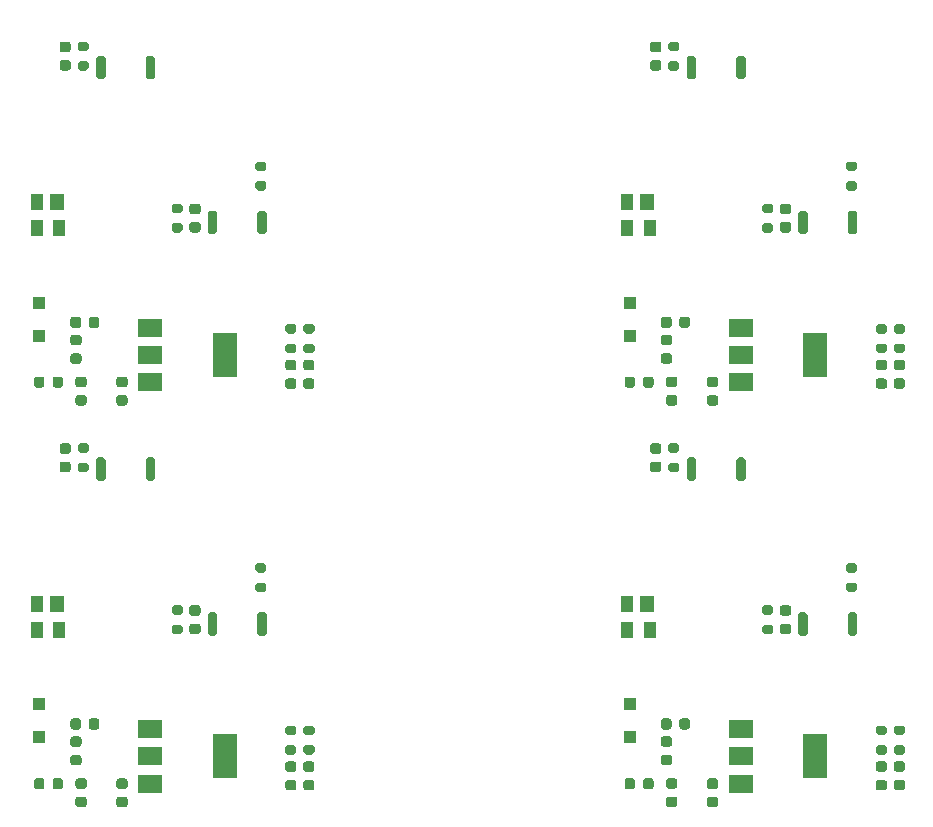
<source format=gtp>
G04 #@! TF.GenerationSoftware,KiCad,Pcbnew,(5.1.10-1-10_14)*
G04 #@! TF.CreationDate,2022-04-15T02:52:12+09:00*
G04 #@! TF.ProjectId,cmsis-dap_rp2040,636d7369-732d-4646-9170-5f7270323034,rev?*
G04 #@! TF.SameCoordinates,Original*
G04 #@! TF.FileFunction,Paste,Top*
G04 #@! TF.FilePolarity,Positive*
%FSLAX46Y46*%
G04 Gerber Fmt 4.6, Leading zero omitted, Abs format (unit mm)*
G04 Created by KiCad (PCBNEW (5.1.10-1-10_14)) date 2022-04-15 02:52:12*
%MOMM*%
%LPD*%
G01*
G04 APERTURE LIST*
%ADD10R,1.200000X1.400000*%
%ADD11R,1.000000X1.400000*%
%ADD12R,2.000000X3.800000*%
%ADD13R,2.000000X1.500000*%
%ADD14R,1.100000X1.100000*%
G04 APERTURE END LIST*
G04 #@! TO.C,C1*
G36*
G01*
X160660000Y-85895000D02*
X161160000Y-85895000D01*
G75*
G02*
X161385000Y-86120000I0J-225000D01*
G01*
X161385000Y-86570000D01*
G75*
G02*
X161160000Y-86795000I-225000J0D01*
G01*
X160660000Y-86795000D01*
G75*
G02*
X160435000Y-86570000I0J225000D01*
G01*
X160435000Y-86120000D01*
G75*
G02*
X160660000Y-85895000I225000J0D01*
G01*
G37*
G36*
G01*
X160660000Y-87445000D02*
X161160000Y-87445000D01*
G75*
G02*
X161385000Y-87670000I0J-225000D01*
G01*
X161385000Y-88120000D01*
G75*
G02*
X161160000Y-88345000I-225000J0D01*
G01*
X160660000Y-88345000D01*
G75*
G02*
X160435000Y-88120000I0J225000D01*
G01*
X160435000Y-87670000D01*
G75*
G02*
X160660000Y-87445000I225000J0D01*
G01*
G37*
G04 #@! TD*
G04 #@! TO.C,C1*
G36*
G01*
X110660000Y-85895000D02*
X111160000Y-85895000D01*
G75*
G02*
X111385000Y-86120000I0J-225000D01*
G01*
X111385000Y-86570000D01*
G75*
G02*
X111160000Y-86795000I-225000J0D01*
G01*
X110660000Y-86795000D01*
G75*
G02*
X110435000Y-86570000I0J225000D01*
G01*
X110435000Y-86120000D01*
G75*
G02*
X110660000Y-85895000I225000J0D01*
G01*
G37*
G36*
G01*
X110660000Y-87445000D02*
X111160000Y-87445000D01*
G75*
G02*
X111385000Y-87670000I0J-225000D01*
G01*
X111385000Y-88120000D01*
G75*
G02*
X111160000Y-88345000I-225000J0D01*
G01*
X110660000Y-88345000D01*
G75*
G02*
X110435000Y-88120000I0J225000D01*
G01*
X110435000Y-87670000D01*
G75*
G02*
X110660000Y-87445000I225000J0D01*
G01*
G37*
G04 #@! TD*
G04 #@! TO.C,C1*
G36*
G01*
X160660000Y-51895000D02*
X161160000Y-51895000D01*
G75*
G02*
X161385000Y-52120000I0J-225000D01*
G01*
X161385000Y-52570000D01*
G75*
G02*
X161160000Y-52795000I-225000J0D01*
G01*
X160660000Y-52795000D01*
G75*
G02*
X160435000Y-52570000I0J225000D01*
G01*
X160435000Y-52120000D01*
G75*
G02*
X160660000Y-51895000I225000J0D01*
G01*
G37*
G36*
G01*
X160660000Y-53445000D02*
X161160000Y-53445000D01*
G75*
G02*
X161385000Y-53670000I0J-225000D01*
G01*
X161385000Y-54120000D01*
G75*
G02*
X161160000Y-54345000I-225000J0D01*
G01*
X160660000Y-54345000D01*
G75*
G02*
X160435000Y-54120000I0J225000D01*
G01*
X160435000Y-53670000D01*
G75*
G02*
X160660000Y-53445000I225000J0D01*
G01*
G37*
G04 #@! TD*
G04 #@! TO.C,C3*
G36*
G01*
X162010000Y-114255000D02*
X162510000Y-114255000D01*
G75*
G02*
X162735000Y-114480000I0J-225000D01*
G01*
X162735000Y-114930000D01*
G75*
G02*
X162510000Y-115155000I-225000J0D01*
G01*
X162010000Y-115155000D01*
G75*
G02*
X161785000Y-114930000I0J225000D01*
G01*
X161785000Y-114480000D01*
G75*
G02*
X162010000Y-114255000I225000J0D01*
G01*
G37*
G36*
G01*
X162010000Y-115805000D02*
X162510000Y-115805000D01*
G75*
G02*
X162735000Y-116030000I0J-225000D01*
G01*
X162735000Y-116480000D01*
G75*
G02*
X162510000Y-116705000I-225000J0D01*
G01*
X162010000Y-116705000D01*
G75*
G02*
X161785000Y-116480000I0J225000D01*
G01*
X161785000Y-116030000D01*
G75*
G02*
X162010000Y-115805000I225000J0D01*
G01*
G37*
G04 #@! TD*
G04 #@! TO.C,C3*
G36*
G01*
X112010000Y-114255000D02*
X112510000Y-114255000D01*
G75*
G02*
X112735000Y-114480000I0J-225000D01*
G01*
X112735000Y-114930000D01*
G75*
G02*
X112510000Y-115155000I-225000J0D01*
G01*
X112010000Y-115155000D01*
G75*
G02*
X111785000Y-114930000I0J225000D01*
G01*
X111785000Y-114480000D01*
G75*
G02*
X112010000Y-114255000I225000J0D01*
G01*
G37*
G36*
G01*
X112010000Y-115805000D02*
X112510000Y-115805000D01*
G75*
G02*
X112735000Y-116030000I0J-225000D01*
G01*
X112735000Y-116480000D01*
G75*
G02*
X112510000Y-116705000I-225000J0D01*
G01*
X112010000Y-116705000D01*
G75*
G02*
X111785000Y-116480000I0J225000D01*
G01*
X111785000Y-116030000D01*
G75*
G02*
X112010000Y-115805000I225000J0D01*
G01*
G37*
G04 #@! TD*
G04 #@! TO.C,C3*
G36*
G01*
X162010000Y-80255000D02*
X162510000Y-80255000D01*
G75*
G02*
X162735000Y-80480000I0J-225000D01*
G01*
X162735000Y-80930000D01*
G75*
G02*
X162510000Y-81155000I-225000J0D01*
G01*
X162010000Y-81155000D01*
G75*
G02*
X161785000Y-80930000I0J225000D01*
G01*
X161785000Y-80480000D01*
G75*
G02*
X162010000Y-80255000I225000J0D01*
G01*
G37*
G36*
G01*
X162010000Y-81805000D02*
X162510000Y-81805000D01*
G75*
G02*
X162735000Y-82030000I0J-225000D01*
G01*
X162735000Y-82480000D01*
G75*
G02*
X162510000Y-82705000I-225000J0D01*
G01*
X162010000Y-82705000D01*
G75*
G02*
X161785000Y-82480000I0J225000D01*
G01*
X161785000Y-82030000D01*
G75*
G02*
X162010000Y-81805000I225000J0D01*
G01*
G37*
G04 #@! TD*
G04 #@! TO.C,C4*
G36*
G01*
X165470000Y-114265000D02*
X165970000Y-114265000D01*
G75*
G02*
X166195000Y-114490000I0J-225000D01*
G01*
X166195000Y-114940000D01*
G75*
G02*
X165970000Y-115165000I-225000J0D01*
G01*
X165470000Y-115165000D01*
G75*
G02*
X165245000Y-114940000I0J225000D01*
G01*
X165245000Y-114490000D01*
G75*
G02*
X165470000Y-114265000I225000J0D01*
G01*
G37*
G36*
G01*
X165470000Y-115815000D02*
X165970000Y-115815000D01*
G75*
G02*
X166195000Y-116040000I0J-225000D01*
G01*
X166195000Y-116490000D01*
G75*
G02*
X165970000Y-116715000I-225000J0D01*
G01*
X165470000Y-116715000D01*
G75*
G02*
X165245000Y-116490000I0J225000D01*
G01*
X165245000Y-116040000D01*
G75*
G02*
X165470000Y-115815000I225000J0D01*
G01*
G37*
G04 #@! TD*
G04 #@! TO.C,C4*
G36*
G01*
X115470000Y-114265000D02*
X115970000Y-114265000D01*
G75*
G02*
X116195000Y-114490000I0J-225000D01*
G01*
X116195000Y-114940000D01*
G75*
G02*
X115970000Y-115165000I-225000J0D01*
G01*
X115470000Y-115165000D01*
G75*
G02*
X115245000Y-114940000I0J225000D01*
G01*
X115245000Y-114490000D01*
G75*
G02*
X115470000Y-114265000I225000J0D01*
G01*
G37*
G36*
G01*
X115470000Y-115815000D02*
X115970000Y-115815000D01*
G75*
G02*
X116195000Y-116040000I0J-225000D01*
G01*
X116195000Y-116490000D01*
G75*
G02*
X115970000Y-116715000I-225000J0D01*
G01*
X115470000Y-116715000D01*
G75*
G02*
X115245000Y-116490000I0J225000D01*
G01*
X115245000Y-116040000D01*
G75*
G02*
X115470000Y-115815000I225000J0D01*
G01*
G37*
G04 #@! TD*
G04 #@! TO.C,C4*
G36*
G01*
X165470000Y-80265000D02*
X165970000Y-80265000D01*
G75*
G02*
X166195000Y-80490000I0J-225000D01*
G01*
X166195000Y-80940000D01*
G75*
G02*
X165970000Y-81165000I-225000J0D01*
G01*
X165470000Y-81165000D01*
G75*
G02*
X165245000Y-80940000I0J225000D01*
G01*
X165245000Y-80490000D01*
G75*
G02*
X165470000Y-80265000I225000J0D01*
G01*
G37*
G36*
G01*
X165470000Y-81815000D02*
X165970000Y-81815000D01*
G75*
G02*
X166195000Y-82040000I0J-225000D01*
G01*
X166195000Y-82490000D01*
G75*
G02*
X165970000Y-82715000I-225000J0D01*
G01*
X165470000Y-82715000D01*
G75*
G02*
X165245000Y-82490000I0J225000D01*
G01*
X165245000Y-82040000D01*
G75*
G02*
X165470000Y-81815000I225000J0D01*
G01*
G37*
G04 #@! TD*
G04 #@! TO.C,C7*
G36*
G01*
X172150000Y-102055000D02*
X171650000Y-102055000D01*
G75*
G02*
X171425000Y-101830000I0J225000D01*
G01*
X171425000Y-101380000D01*
G75*
G02*
X171650000Y-101155000I225000J0D01*
G01*
X172150000Y-101155000D01*
G75*
G02*
X172375000Y-101380000I0J-225000D01*
G01*
X172375000Y-101830000D01*
G75*
G02*
X172150000Y-102055000I-225000J0D01*
G01*
G37*
G36*
G01*
X172150000Y-100505000D02*
X171650000Y-100505000D01*
G75*
G02*
X171425000Y-100280000I0J225000D01*
G01*
X171425000Y-99830000D01*
G75*
G02*
X171650000Y-99605000I225000J0D01*
G01*
X172150000Y-99605000D01*
G75*
G02*
X172375000Y-99830000I0J-225000D01*
G01*
X172375000Y-100280000D01*
G75*
G02*
X172150000Y-100505000I-225000J0D01*
G01*
G37*
G04 #@! TD*
G04 #@! TO.C,C7*
G36*
G01*
X122150000Y-102055000D02*
X121650000Y-102055000D01*
G75*
G02*
X121425000Y-101830000I0J225000D01*
G01*
X121425000Y-101380000D01*
G75*
G02*
X121650000Y-101155000I225000J0D01*
G01*
X122150000Y-101155000D01*
G75*
G02*
X122375000Y-101380000I0J-225000D01*
G01*
X122375000Y-101830000D01*
G75*
G02*
X122150000Y-102055000I-225000J0D01*
G01*
G37*
G36*
G01*
X122150000Y-100505000D02*
X121650000Y-100505000D01*
G75*
G02*
X121425000Y-100280000I0J225000D01*
G01*
X121425000Y-99830000D01*
G75*
G02*
X121650000Y-99605000I225000J0D01*
G01*
X122150000Y-99605000D01*
G75*
G02*
X122375000Y-99830000I0J-225000D01*
G01*
X122375000Y-100280000D01*
G75*
G02*
X122150000Y-100505000I-225000J0D01*
G01*
G37*
G04 #@! TD*
G04 #@! TO.C,C7*
G36*
G01*
X172150000Y-68055000D02*
X171650000Y-68055000D01*
G75*
G02*
X171425000Y-67830000I0J225000D01*
G01*
X171425000Y-67380000D01*
G75*
G02*
X171650000Y-67155000I225000J0D01*
G01*
X172150000Y-67155000D01*
G75*
G02*
X172375000Y-67380000I0J-225000D01*
G01*
X172375000Y-67830000D01*
G75*
G02*
X172150000Y-68055000I-225000J0D01*
G01*
G37*
G36*
G01*
X172150000Y-66505000D02*
X171650000Y-66505000D01*
G75*
G02*
X171425000Y-66280000I0J225000D01*
G01*
X171425000Y-65830000D01*
G75*
G02*
X171650000Y-65605000I225000J0D01*
G01*
X172150000Y-65605000D01*
G75*
G02*
X172375000Y-65830000I0J-225000D01*
G01*
X172375000Y-66280000D01*
G75*
G02*
X172150000Y-66505000I-225000J0D01*
G01*
G37*
G04 #@! TD*
G04 #@! TO.C,C10*
G36*
G01*
X161355000Y-109910000D02*
X161355000Y-109410000D01*
G75*
G02*
X161580000Y-109185000I225000J0D01*
G01*
X162030000Y-109185000D01*
G75*
G02*
X162255000Y-109410000I0J-225000D01*
G01*
X162255000Y-109910000D01*
G75*
G02*
X162030000Y-110135000I-225000J0D01*
G01*
X161580000Y-110135000D01*
G75*
G02*
X161355000Y-109910000I0J225000D01*
G01*
G37*
G36*
G01*
X162905000Y-109910000D02*
X162905000Y-109410000D01*
G75*
G02*
X163130000Y-109185000I225000J0D01*
G01*
X163580000Y-109185000D01*
G75*
G02*
X163805000Y-109410000I0J-225000D01*
G01*
X163805000Y-109910000D01*
G75*
G02*
X163580000Y-110135000I-225000J0D01*
G01*
X163130000Y-110135000D01*
G75*
G02*
X162905000Y-109910000I0J225000D01*
G01*
G37*
G04 #@! TD*
G04 #@! TO.C,C10*
G36*
G01*
X111355000Y-109910000D02*
X111355000Y-109410000D01*
G75*
G02*
X111580000Y-109185000I225000J0D01*
G01*
X112030000Y-109185000D01*
G75*
G02*
X112255000Y-109410000I0J-225000D01*
G01*
X112255000Y-109910000D01*
G75*
G02*
X112030000Y-110135000I-225000J0D01*
G01*
X111580000Y-110135000D01*
G75*
G02*
X111355000Y-109910000I0J225000D01*
G01*
G37*
G36*
G01*
X112905000Y-109910000D02*
X112905000Y-109410000D01*
G75*
G02*
X113130000Y-109185000I225000J0D01*
G01*
X113580000Y-109185000D01*
G75*
G02*
X113805000Y-109410000I0J-225000D01*
G01*
X113805000Y-109910000D01*
G75*
G02*
X113580000Y-110135000I-225000J0D01*
G01*
X113130000Y-110135000D01*
G75*
G02*
X112905000Y-109910000I0J225000D01*
G01*
G37*
G04 #@! TD*
G04 #@! TO.C,C10*
G36*
G01*
X161355000Y-75910000D02*
X161355000Y-75410000D01*
G75*
G02*
X161580000Y-75185000I225000J0D01*
G01*
X162030000Y-75185000D01*
G75*
G02*
X162255000Y-75410000I0J-225000D01*
G01*
X162255000Y-75910000D01*
G75*
G02*
X162030000Y-76135000I-225000J0D01*
G01*
X161580000Y-76135000D01*
G75*
G02*
X161355000Y-75910000I0J225000D01*
G01*
G37*
G36*
G01*
X162905000Y-75910000D02*
X162905000Y-75410000D01*
G75*
G02*
X163130000Y-75185000I225000J0D01*
G01*
X163580000Y-75185000D01*
G75*
G02*
X163805000Y-75410000I0J-225000D01*
G01*
X163805000Y-75910000D01*
G75*
G02*
X163580000Y-76135000I-225000J0D01*
G01*
X163130000Y-76135000D01*
G75*
G02*
X162905000Y-75910000I0J225000D01*
G01*
G37*
G04 #@! TD*
D10*
G04 #@! TO.C,D1*
X160210000Y-99490000D03*
D11*
X158490000Y-99490000D03*
X158490000Y-101690000D03*
X160390000Y-101690000D03*
G04 #@! TD*
D10*
G04 #@! TO.C,D1*
X110210000Y-99490000D03*
D11*
X108490000Y-99490000D03*
X108490000Y-101690000D03*
X110390000Y-101690000D03*
G04 #@! TD*
D10*
G04 #@! TO.C,D1*
X160210000Y-65490000D03*
D11*
X158490000Y-65490000D03*
X158490000Y-67690000D03*
X160390000Y-67690000D03*
G04 #@! TD*
G04 #@! TO.C,D4*
G36*
G01*
X181800250Y-115281000D02*
X181287750Y-115281000D01*
G75*
G02*
X181069000Y-115062250I0J218750D01*
G01*
X181069000Y-114624750D01*
G75*
G02*
X181287750Y-114406000I218750J0D01*
G01*
X181800250Y-114406000D01*
G75*
G02*
X182019000Y-114624750I0J-218750D01*
G01*
X182019000Y-115062250D01*
G75*
G02*
X181800250Y-115281000I-218750J0D01*
G01*
G37*
G36*
G01*
X181800250Y-113706000D02*
X181287750Y-113706000D01*
G75*
G02*
X181069000Y-113487250I0J218750D01*
G01*
X181069000Y-113049750D01*
G75*
G02*
X181287750Y-112831000I218750J0D01*
G01*
X181800250Y-112831000D01*
G75*
G02*
X182019000Y-113049750I0J-218750D01*
G01*
X182019000Y-113487250D01*
G75*
G02*
X181800250Y-113706000I-218750J0D01*
G01*
G37*
G04 #@! TD*
G04 #@! TO.C,D4*
G36*
G01*
X131800250Y-115281000D02*
X131287750Y-115281000D01*
G75*
G02*
X131069000Y-115062250I0J218750D01*
G01*
X131069000Y-114624750D01*
G75*
G02*
X131287750Y-114406000I218750J0D01*
G01*
X131800250Y-114406000D01*
G75*
G02*
X132019000Y-114624750I0J-218750D01*
G01*
X132019000Y-115062250D01*
G75*
G02*
X131800250Y-115281000I-218750J0D01*
G01*
G37*
G36*
G01*
X131800250Y-113706000D02*
X131287750Y-113706000D01*
G75*
G02*
X131069000Y-113487250I0J218750D01*
G01*
X131069000Y-113049750D01*
G75*
G02*
X131287750Y-112831000I218750J0D01*
G01*
X131800250Y-112831000D01*
G75*
G02*
X132019000Y-113049750I0J-218750D01*
G01*
X132019000Y-113487250D01*
G75*
G02*
X131800250Y-113706000I-218750J0D01*
G01*
G37*
G04 #@! TD*
G04 #@! TO.C,D4*
G36*
G01*
X181800250Y-81281000D02*
X181287750Y-81281000D01*
G75*
G02*
X181069000Y-81062250I0J218750D01*
G01*
X181069000Y-80624750D01*
G75*
G02*
X181287750Y-80406000I218750J0D01*
G01*
X181800250Y-80406000D01*
G75*
G02*
X182019000Y-80624750I0J-218750D01*
G01*
X182019000Y-81062250D01*
G75*
G02*
X181800250Y-81281000I-218750J0D01*
G01*
G37*
G36*
G01*
X181800250Y-79706000D02*
X181287750Y-79706000D01*
G75*
G02*
X181069000Y-79487250I0J218750D01*
G01*
X181069000Y-79049750D01*
G75*
G02*
X181287750Y-78831000I218750J0D01*
G01*
X181800250Y-78831000D01*
G75*
G02*
X182019000Y-79049750I0J-218750D01*
G01*
X182019000Y-79487250D01*
G75*
G02*
X181800250Y-79706000I-218750J0D01*
G01*
G37*
G04 #@! TD*
G04 #@! TO.C,L1*
G36*
G01*
X158275000Y-114976250D02*
X158275000Y-114463750D01*
G75*
G02*
X158493750Y-114245000I218750J0D01*
G01*
X158931250Y-114245000D01*
G75*
G02*
X159150000Y-114463750I0J-218750D01*
G01*
X159150000Y-114976250D01*
G75*
G02*
X158931250Y-115195000I-218750J0D01*
G01*
X158493750Y-115195000D01*
G75*
G02*
X158275000Y-114976250I0J218750D01*
G01*
G37*
G36*
G01*
X159850000Y-114976250D02*
X159850000Y-114463750D01*
G75*
G02*
X160068750Y-114245000I218750J0D01*
G01*
X160506250Y-114245000D01*
G75*
G02*
X160725000Y-114463750I0J-218750D01*
G01*
X160725000Y-114976250D01*
G75*
G02*
X160506250Y-115195000I-218750J0D01*
G01*
X160068750Y-115195000D01*
G75*
G02*
X159850000Y-114976250I0J218750D01*
G01*
G37*
G04 #@! TD*
G04 #@! TO.C,L1*
G36*
G01*
X108275000Y-114976250D02*
X108275000Y-114463750D01*
G75*
G02*
X108493750Y-114245000I218750J0D01*
G01*
X108931250Y-114245000D01*
G75*
G02*
X109150000Y-114463750I0J-218750D01*
G01*
X109150000Y-114976250D01*
G75*
G02*
X108931250Y-115195000I-218750J0D01*
G01*
X108493750Y-115195000D01*
G75*
G02*
X108275000Y-114976250I0J218750D01*
G01*
G37*
G36*
G01*
X109850000Y-114976250D02*
X109850000Y-114463750D01*
G75*
G02*
X110068750Y-114245000I218750J0D01*
G01*
X110506250Y-114245000D01*
G75*
G02*
X110725000Y-114463750I0J-218750D01*
G01*
X110725000Y-114976250D01*
G75*
G02*
X110506250Y-115195000I-218750J0D01*
G01*
X110068750Y-115195000D01*
G75*
G02*
X109850000Y-114976250I0J218750D01*
G01*
G37*
G04 #@! TD*
G04 #@! TO.C,L1*
G36*
G01*
X158275000Y-80976250D02*
X158275000Y-80463750D01*
G75*
G02*
X158493750Y-80245000I218750J0D01*
G01*
X158931250Y-80245000D01*
G75*
G02*
X159150000Y-80463750I0J-218750D01*
G01*
X159150000Y-80976250D01*
G75*
G02*
X158931250Y-81195000I-218750J0D01*
G01*
X158493750Y-81195000D01*
G75*
G02*
X158275000Y-80976250I0J218750D01*
G01*
G37*
G36*
G01*
X159850000Y-80976250D02*
X159850000Y-80463750D01*
G75*
G02*
X160068750Y-80245000I218750J0D01*
G01*
X160506250Y-80245000D01*
G75*
G02*
X160725000Y-80463750I0J-218750D01*
G01*
X160725000Y-80976250D01*
G75*
G02*
X160506250Y-81195000I-218750J0D01*
G01*
X160068750Y-81195000D01*
G75*
G02*
X159850000Y-80976250I0J218750D01*
G01*
G37*
G04 #@! TD*
G04 #@! TO.C,R1*
G36*
G01*
X177205000Y-96045000D02*
X177755000Y-96045000D01*
G75*
G02*
X177955000Y-96245000I0J-200000D01*
G01*
X177955000Y-96645000D01*
G75*
G02*
X177755000Y-96845000I-200000J0D01*
G01*
X177205000Y-96845000D01*
G75*
G02*
X177005000Y-96645000I0J200000D01*
G01*
X177005000Y-96245000D01*
G75*
G02*
X177205000Y-96045000I200000J0D01*
G01*
G37*
G36*
G01*
X177205000Y-97695000D02*
X177755000Y-97695000D01*
G75*
G02*
X177955000Y-97895000I0J-200000D01*
G01*
X177955000Y-98295000D01*
G75*
G02*
X177755000Y-98495000I-200000J0D01*
G01*
X177205000Y-98495000D01*
G75*
G02*
X177005000Y-98295000I0J200000D01*
G01*
X177005000Y-97895000D01*
G75*
G02*
X177205000Y-97695000I200000J0D01*
G01*
G37*
G04 #@! TD*
G04 #@! TO.C,R1*
G36*
G01*
X127205000Y-96045000D02*
X127755000Y-96045000D01*
G75*
G02*
X127955000Y-96245000I0J-200000D01*
G01*
X127955000Y-96645000D01*
G75*
G02*
X127755000Y-96845000I-200000J0D01*
G01*
X127205000Y-96845000D01*
G75*
G02*
X127005000Y-96645000I0J200000D01*
G01*
X127005000Y-96245000D01*
G75*
G02*
X127205000Y-96045000I200000J0D01*
G01*
G37*
G36*
G01*
X127205000Y-97695000D02*
X127755000Y-97695000D01*
G75*
G02*
X127955000Y-97895000I0J-200000D01*
G01*
X127955000Y-98295000D01*
G75*
G02*
X127755000Y-98495000I-200000J0D01*
G01*
X127205000Y-98495000D01*
G75*
G02*
X127005000Y-98295000I0J200000D01*
G01*
X127005000Y-97895000D01*
G75*
G02*
X127205000Y-97695000I200000J0D01*
G01*
G37*
G04 #@! TD*
G04 #@! TO.C,R1*
G36*
G01*
X177205000Y-62045000D02*
X177755000Y-62045000D01*
G75*
G02*
X177955000Y-62245000I0J-200000D01*
G01*
X177955000Y-62645000D01*
G75*
G02*
X177755000Y-62845000I-200000J0D01*
G01*
X177205000Y-62845000D01*
G75*
G02*
X177005000Y-62645000I0J200000D01*
G01*
X177005000Y-62245000D01*
G75*
G02*
X177205000Y-62045000I200000J0D01*
G01*
G37*
G36*
G01*
X177205000Y-63695000D02*
X177755000Y-63695000D01*
G75*
G02*
X177955000Y-63895000I0J-200000D01*
G01*
X177955000Y-64295000D01*
G75*
G02*
X177755000Y-64495000I-200000J0D01*
G01*
X177205000Y-64495000D01*
G75*
G02*
X177005000Y-64295000I0J200000D01*
G01*
X177005000Y-63895000D01*
G75*
G02*
X177205000Y-63695000I200000J0D01*
G01*
G37*
G04 #@! TD*
G04 #@! TO.C,R2*
G36*
G01*
X162705000Y-88345000D02*
X162155000Y-88345000D01*
G75*
G02*
X161955000Y-88145000I0J200000D01*
G01*
X161955000Y-87745000D01*
G75*
G02*
X162155000Y-87545000I200000J0D01*
G01*
X162705000Y-87545000D01*
G75*
G02*
X162905000Y-87745000I0J-200000D01*
G01*
X162905000Y-88145000D01*
G75*
G02*
X162705000Y-88345000I-200000J0D01*
G01*
G37*
G36*
G01*
X162705000Y-86695000D02*
X162155000Y-86695000D01*
G75*
G02*
X161955000Y-86495000I0J200000D01*
G01*
X161955000Y-86095000D01*
G75*
G02*
X162155000Y-85895000I200000J0D01*
G01*
X162705000Y-85895000D01*
G75*
G02*
X162905000Y-86095000I0J-200000D01*
G01*
X162905000Y-86495000D01*
G75*
G02*
X162705000Y-86695000I-200000J0D01*
G01*
G37*
G04 #@! TD*
G04 #@! TO.C,R2*
G36*
G01*
X112705000Y-88345000D02*
X112155000Y-88345000D01*
G75*
G02*
X111955000Y-88145000I0J200000D01*
G01*
X111955000Y-87745000D01*
G75*
G02*
X112155000Y-87545000I200000J0D01*
G01*
X112705000Y-87545000D01*
G75*
G02*
X112905000Y-87745000I0J-200000D01*
G01*
X112905000Y-88145000D01*
G75*
G02*
X112705000Y-88345000I-200000J0D01*
G01*
G37*
G36*
G01*
X112705000Y-86695000D02*
X112155000Y-86695000D01*
G75*
G02*
X111955000Y-86495000I0J200000D01*
G01*
X111955000Y-86095000D01*
G75*
G02*
X112155000Y-85895000I200000J0D01*
G01*
X112705000Y-85895000D01*
G75*
G02*
X112905000Y-86095000I0J-200000D01*
G01*
X112905000Y-86495000D01*
G75*
G02*
X112705000Y-86695000I-200000J0D01*
G01*
G37*
G04 #@! TD*
G04 #@! TO.C,R2*
G36*
G01*
X162705000Y-54345000D02*
X162155000Y-54345000D01*
G75*
G02*
X161955000Y-54145000I0J200000D01*
G01*
X161955000Y-53745000D01*
G75*
G02*
X162155000Y-53545000I200000J0D01*
G01*
X162705000Y-53545000D01*
G75*
G02*
X162905000Y-53745000I0J-200000D01*
G01*
X162905000Y-54145000D01*
G75*
G02*
X162705000Y-54345000I-200000J0D01*
G01*
G37*
G36*
G01*
X162705000Y-52695000D02*
X162155000Y-52695000D01*
G75*
G02*
X161955000Y-52495000I0J200000D01*
G01*
X161955000Y-52095000D01*
G75*
G02*
X162155000Y-51895000I200000J0D01*
G01*
X162705000Y-51895000D01*
G75*
G02*
X162905000Y-52095000I0J-200000D01*
G01*
X162905000Y-52495000D01*
G75*
G02*
X162705000Y-52695000I-200000J0D01*
G01*
G37*
G04 #@! TD*
G04 #@! TO.C,R8*
G36*
G01*
X170115000Y-99605000D02*
X170665000Y-99605000D01*
G75*
G02*
X170865000Y-99805000I0J-200000D01*
G01*
X170865000Y-100205000D01*
G75*
G02*
X170665000Y-100405000I-200000J0D01*
G01*
X170115000Y-100405000D01*
G75*
G02*
X169915000Y-100205000I0J200000D01*
G01*
X169915000Y-99805000D01*
G75*
G02*
X170115000Y-99605000I200000J0D01*
G01*
G37*
G36*
G01*
X170115000Y-101255000D02*
X170665000Y-101255000D01*
G75*
G02*
X170865000Y-101455000I0J-200000D01*
G01*
X170865000Y-101855000D01*
G75*
G02*
X170665000Y-102055000I-200000J0D01*
G01*
X170115000Y-102055000D01*
G75*
G02*
X169915000Y-101855000I0J200000D01*
G01*
X169915000Y-101455000D01*
G75*
G02*
X170115000Y-101255000I200000J0D01*
G01*
G37*
G04 #@! TD*
G04 #@! TO.C,R8*
G36*
G01*
X120115000Y-99605000D02*
X120665000Y-99605000D01*
G75*
G02*
X120865000Y-99805000I0J-200000D01*
G01*
X120865000Y-100205000D01*
G75*
G02*
X120665000Y-100405000I-200000J0D01*
G01*
X120115000Y-100405000D01*
G75*
G02*
X119915000Y-100205000I0J200000D01*
G01*
X119915000Y-99805000D01*
G75*
G02*
X120115000Y-99605000I200000J0D01*
G01*
G37*
G36*
G01*
X120115000Y-101255000D02*
X120665000Y-101255000D01*
G75*
G02*
X120865000Y-101455000I0J-200000D01*
G01*
X120865000Y-101855000D01*
G75*
G02*
X120665000Y-102055000I-200000J0D01*
G01*
X120115000Y-102055000D01*
G75*
G02*
X119915000Y-101855000I0J200000D01*
G01*
X119915000Y-101455000D01*
G75*
G02*
X120115000Y-101255000I200000J0D01*
G01*
G37*
G04 #@! TD*
G04 #@! TO.C,R8*
G36*
G01*
X170115000Y-65605000D02*
X170665000Y-65605000D01*
G75*
G02*
X170865000Y-65805000I0J-200000D01*
G01*
X170865000Y-66205000D01*
G75*
G02*
X170665000Y-66405000I-200000J0D01*
G01*
X170115000Y-66405000D01*
G75*
G02*
X169915000Y-66205000I0J200000D01*
G01*
X169915000Y-65805000D01*
G75*
G02*
X170115000Y-65605000I200000J0D01*
G01*
G37*
G36*
G01*
X170115000Y-67255000D02*
X170665000Y-67255000D01*
G75*
G02*
X170865000Y-67455000I0J-200000D01*
G01*
X170865000Y-67855000D01*
G75*
G02*
X170665000Y-68055000I-200000J0D01*
G01*
X170115000Y-68055000D01*
G75*
G02*
X169915000Y-67855000I0J200000D01*
G01*
X169915000Y-67455000D01*
G75*
G02*
X170115000Y-67255000I200000J0D01*
G01*
G37*
G04 #@! TD*
G04 #@! TO.C,R10*
G36*
G01*
X181275000Y-109805000D02*
X181825000Y-109805000D01*
G75*
G02*
X182025000Y-110005000I0J-200000D01*
G01*
X182025000Y-110405000D01*
G75*
G02*
X181825000Y-110605000I-200000J0D01*
G01*
X181275000Y-110605000D01*
G75*
G02*
X181075000Y-110405000I0J200000D01*
G01*
X181075000Y-110005000D01*
G75*
G02*
X181275000Y-109805000I200000J0D01*
G01*
G37*
G36*
G01*
X181275000Y-111455000D02*
X181825000Y-111455000D01*
G75*
G02*
X182025000Y-111655000I0J-200000D01*
G01*
X182025000Y-112055000D01*
G75*
G02*
X181825000Y-112255000I-200000J0D01*
G01*
X181275000Y-112255000D01*
G75*
G02*
X181075000Y-112055000I0J200000D01*
G01*
X181075000Y-111655000D01*
G75*
G02*
X181275000Y-111455000I200000J0D01*
G01*
G37*
G04 #@! TD*
G04 #@! TO.C,R10*
G36*
G01*
X131275000Y-109805000D02*
X131825000Y-109805000D01*
G75*
G02*
X132025000Y-110005000I0J-200000D01*
G01*
X132025000Y-110405000D01*
G75*
G02*
X131825000Y-110605000I-200000J0D01*
G01*
X131275000Y-110605000D01*
G75*
G02*
X131075000Y-110405000I0J200000D01*
G01*
X131075000Y-110005000D01*
G75*
G02*
X131275000Y-109805000I200000J0D01*
G01*
G37*
G36*
G01*
X131275000Y-111455000D02*
X131825000Y-111455000D01*
G75*
G02*
X132025000Y-111655000I0J-200000D01*
G01*
X132025000Y-112055000D01*
G75*
G02*
X131825000Y-112255000I-200000J0D01*
G01*
X131275000Y-112255000D01*
G75*
G02*
X131075000Y-112055000I0J200000D01*
G01*
X131075000Y-111655000D01*
G75*
G02*
X131275000Y-111455000I200000J0D01*
G01*
G37*
G04 #@! TD*
G04 #@! TO.C,R10*
G36*
G01*
X181275000Y-75805000D02*
X181825000Y-75805000D01*
G75*
G02*
X182025000Y-76005000I0J-200000D01*
G01*
X182025000Y-76405000D01*
G75*
G02*
X181825000Y-76605000I-200000J0D01*
G01*
X181275000Y-76605000D01*
G75*
G02*
X181075000Y-76405000I0J200000D01*
G01*
X181075000Y-76005000D01*
G75*
G02*
X181275000Y-75805000I200000J0D01*
G01*
G37*
G36*
G01*
X181275000Y-77455000D02*
X181825000Y-77455000D01*
G75*
G02*
X182025000Y-77655000I0J-200000D01*
G01*
X182025000Y-78055000D01*
G75*
G02*
X181825000Y-78255000I-200000J0D01*
G01*
X181275000Y-78255000D01*
G75*
G02*
X181075000Y-78055000I0J200000D01*
G01*
X181075000Y-77655000D01*
G75*
G02*
X181275000Y-77455000I200000J0D01*
G01*
G37*
G04 #@! TD*
G04 #@! TO.C,SW1*
G36*
G01*
X164330000Y-87290000D02*
X164330000Y-88890000D01*
G75*
G02*
X164130000Y-89090000I-200000J0D01*
G01*
X163730000Y-89090000D01*
G75*
G02*
X163530000Y-88890000I0J200000D01*
G01*
X163530000Y-87290000D01*
G75*
G02*
X163730000Y-87090000I200000J0D01*
G01*
X164130000Y-87090000D01*
G75*
G02*
X164330000Y-87290000I0J-200000D01*
G01*
G37*
G36*
G01*
X168530000Y-87290000D02*
X168530000Y-88890000D01*
G75*
G02*
X168330000Y-89090000I-200000J0D01*
G01*
X167930000Y-89090000D01*
G75*
G02*
X167730000Y-88890000I0J200000D01*
G01*
X167730000Y-87290000D01*
G75*
G02*
X167930000Y-87090000I200000J0D01*
G01*
X168330000Y-87090000D01*
G75*
G02*
X168530000Y-87290000I0J-200000D01*
G01*
G37*
G04 #@! TD*
G04 #@! TO.C,SW1*
G36*
G01*
X114330000Y-87290000D02*
X114330000Y-88890000D01*
G75*
G02*
X114130000Y-89090000I-200000J0D01*
G01*
X113730000Y-89090000D01*
G75*
G02*
X113530000Y-88890000I0J200000D01*
G01*
X113530000Y-87290000D01*
G75*
G02*
X113730000Y-87090000I200000J0D01*
G01*
X114130000Y-87090000D01*
G75*
G02*
X114330000Y-87290000I0J-200000D01*
G01*
G37*
G36*
G01*
X118530000Y-87290000D02*
X118530000Y-88890000D01*
G75*
G02*
X118330000Y-89090000I-200000J0D01*
G01*
X117930000Y-89090000D01*
G75*
G02*
X117730000Y-88890000I0J200000D01*
G01*
X117730000Y-87290000D01*
G75*
G02*
X117930000Y-87090000I200000J0D01*
G01*
X118330000Y-87090000D01*
G75*
G02*
X118530000Y-87290000I0J-200000D01*
G01*
G37*
G04 #@! TD*
G04 #@! TO.C,SW1*
G36*
G01*
X164330000Y-53290000D02*
X164330000Y-54890000D01*
G75*
G02*
X164130000Y-55090000I-200000J0D01*
G01*
X163730000Y-55090000D01*
G75*
G02*
X163530000Y-54890000I0J200000D01*
G01*
X163530000Y-53290000D01*
G75*
G02*
X163730000Y-53090000I200000J0D01*
G01*
X164130000Y-53090000D01*
G75*
G02*
X164330000Y-53290000I0J-200000D01*
G01*
G37*
G36*
G01*
X168530000Y-53290000D02*
X168530000Y-54890000D01*
G75*
G02*
X168330000Y-55090000I-200000J0D01*
G01*
X167930000Y-55090000D01*
G75*
G02*
X167730000Y-54890000I0J200000D01*
G01*
X167730000Y-53290000D01*
G75*
G02*
X167930000Y-53090000I200000J0D01*
G01*
X168330000Y-53090000D01*
G75*
G02*
X168530000Y-53290000I0J-200000D01*
G01*
G37*
G04 #@! TD*
G04 #@! TO.C,SW2*
G36*
G01*
X173770000Y-100400000D02*
X173770000Y-102000000D01*
G75*
G02*
X173570000Y-102200000I-200000J0D01*
G01*
X173170000Y-102200000D01*
G75*
G02*
X172970000Y-102000000I0J200000D01*
G01*
X172970000Y-100400000D01*
G75*
G02*
X173170000Y-100200000I200000J0D01*
G01*
X173570000Y-100200000D01*
G75*
G02*
X173770000Y-100400000I0J-200000D01*
G01*
G37*
G36*
G01*
X177970000Y-100400000D02*
X177970000Y-102000000D01*
G75*
G02*
X177770000Y-102200000I-200000J0D01*
G01*
X177370000Y-102200000D01*
G75*
G02*
X177170000Y-102000000I0J200000D01*
G01*
X177170000Y-100400000D01*
G75*
G02*
X177370000Y-100200000I200000J0D01*
G01*
X177770000Y-100200000D01*
G75*
G02*
X177970000Y-100400000I0J-200000D01*
G01*
G37*
G04 #@! TD*
G04 #@! TO.C,SW2*
G36*
G01*
X123770000Y-100400000D02*
X123770000Y-102000000D01*
G75*
G02*
X123570000Y-102200000I-200000J0D01*
G01*
X123170000Y-102200000D01*
G75*
G02*
X122970000Y-102000000I0J200000D01*
G01*
X122970000Y-100400000D01*
G75*
G02*
X123170000Y-100200000I200000J0D01*
G01*
X123570000Y-100200000D01*
G75*
G02*
X123770000Y-100400000I0J-200000D01*
G01*
G37*
G36*
G01*
X127970000Y-100400000D02*
X127970000Y-102000000D01*
G75*
G02*
X127770000Y-102200000I-200000J0D01*
G01*
X127370000Y-102200000D01*
G75*
G02*
X127170000Y-102000000I0J200000D01*
G01*
X127170000Y-100400000D01*
G75*
G02*
X127370000Y-100200000I200000J0D01*
G01*
X127770000Y-100200000D01*
G75*
G02*
X127970000Y-100400000I0J-200000D01*
G01*
G37*
G04 #@! TD*
G04 #@! TO.C,SW2*
G36*
G01*
X173770000Y-66400000D02*
X173770000Y-68000000D01*
G75*
G02*
X173570000Y-68200000I-200000J0D01*
G01*
X173170000Y-68200000D01*
G75*
G02*
X172970000Y-68000000I0J200000D01*
G01*
X172970000Y-66400000D01*
G75*
G02*
X173170000Y-66200000I200000J0D01*
G01*
X173570000Y-66200000D01*
G75*
G02*
X173770000Y-66400000I0J-200000D01*
G01*
G37*
G36*
G01*
X177970000Y-66400000D02*
X177970000Y-68000000D01*
G75*
G02*
X177770000Y-68200000I-200000J0D01*
G01*
X177370000Y-68200000D01*
G75*
G02*
X177170000Y-68000000I0J200000D01*
G01*
X177170000Y-66400000D01*
G75*
G02*
X177370000Y-66200000I200000J0D01*
G01*
X177770000Y-66200000D01*
G75*
G02*
X177970000Y-66400000I0J-200000D01*
G01*
G37*
G04 #@! TD*
D12*
G04 #@! TO.C,U4*
X174420000Y-112410000D03*
D13*
X168120000Y-112410000D03*
X168120000Y-114710000D03*
X168120000Y-110110000D03*
G04 #@! TD*
D12*
G04 #@! TO.C,U4*
X124420000Y-112410000D03*
D13*
X118120000Y-112410000D03*
X118120000Y-114710000D03*
X118120000Y-110110000D03*
G04 #@! TD*
D12*
G04 #@! TO.C,U4*
X174420000Y-78410000D03*
D13*
X168120000Y-78410000D03*
X168120000Y-80710000D03*
X168120000Y-76110000D03*
G04 #@! TD*
G04 #@! TO.C,L2*
G36*
G01*
X162076250Y-113165000D02*
X161563750Y-113165000D01*
G75*
G02*
X161345000Y-112946250I0J218750D01*
G01*
X161345000Y-112508750D01*
G75*
G02*
X161563750Y-112290000I218750J0D01*
G01*
X162076250Y-112290000D01*
G75*
G02*
X162295000Y-112508750I0J-218750D01*
G01*
X162295000Y-112946250D01*
G75*
G02*
X162076250Y-113165000I-218750J0D01*
G01*
G37*
G36*
G01*
X162076250Y-111590000D02*
X161563750Y-111590000D01*
G75*
G02*
X161345000Y-111371250I0J218750D01*
G01*
X161345000Y-110933750D01*
G75*
G02*
X161563750Y-110715000I218750J0D01*
G01*
X162076250Y-110715000D01*
G75*
G02*
X162295000Y-110933750I0J-218750D01*
G01*
X162295000Y-111371250D01*
G75*
G02*
X162076250Y-111590000I-218750J0D01*
G01*
G37*
G04 #@! TD*
G04 #@! TO.C,L2*
G36*
G01*
X112076250Y-113165000D02*
X111563750Y-113165000D01*
G75*
G02*
X111345000Y-112946250I0J218750D01*
G01*
X111345000Y-112508750D01*
G75*
G02*
X111563750Y-112290000I218750J0D01*
G01*
X112076250Y-112290000D01*
G75*
G02*
X112295000Y-112508750I0J-218750D01*
G01*
X112295000Y-112946250D01*
G75*
G02*
X112076250Y-113165000I-218750J0D01*
G01*
G37*
G36*
G01*
X112076250Y-111590000D02*
X111563750Y-111590000D01*
G75*
G02*
X111345000Y-111371250I0J218750D01*
G01*
X111345000Y-110933750D01*
G75*
G02*
X111563750Y-110715000I218750J0D01*
G01*
X112076250Y-110715000D01*
G75*
G02*
X112295000Y-110933750I0J-218750D01*
G01*
X112295000Y-111371250D01*
G75*
G02*
X112076250Y-111590000I-218750J0D01*
G01*
G37*
G04 #@! TD*
G04 #@! TO.C,L2*
G36*
G01*
X162076250Y-79165000D02*
X161563750Y-79165000D01*
G75*
G02*
X161345000Y-78946250I0J218750D01*
G01*
X161345000Y-78508750D01*
G75*
G02*
X161563750Y-78290000I218750J0D01*
G01*
X162076250Y-78290000D01*
G75*
G02*
X162295000Y-78508750I0J-218750D01*
G01*
X162295000Y-78946250D01*
G75*
G02*
X162076250Y-79165000I-218750J0D01*
G01*
G37*
G36*
G01*
X162076250Y-77590000D02*
X161563750Y-77590000D01*
G75*
G02*
X161345000Y-77371250I0J218750D01*
G01*
X161345000Y-76933750D01*
G75*
G02*
X161563750Y-76715000I218750J0D01*
G01*
X162076250Y-76715000D01*
G75*
G02*
X162295000Y-76933750I0J-218750D01*
G01*
X162295000Y-77371250D01*
G75*
G02*
X162076250Y-77590000I-218750J0D01*
G01*
G37*
G04 #@! TD*
D14*
G04 #@! TO.C,D2*
X158700000Y-110790000D03*
X158700000Y-107990000D03*
G04 #@! TD*
G04 #@! TO.C,D2*
X108700000Y-110790000D03*
X108700000Y-107990000D03*
G04 #@! TD*
G04 #@! TO.C,D2*
X158700000Y-76790000D03*
X158700000Y-73990000D03*
G04 #@! TD*
G04 #@! TO.C,D3*
G36*
G01*
X180276250Y-115285000D02*
X179763750Y-115285000D01*
G75*
G02*
X179545000Y-115066250I0J218750D01*
G01*
X179545000Y-114628750D01*
G75*
G02*
X179763750Y-114410000I218750J0D01*
G01*
X180276250Y-114410000D01*
G75*
G02*
X180495000Y-114628750I0J-218750D01*
G01*
X180495000Y-115066250D01*
G75*
G02*
X180276250Y-115285000I-218750J0D01*
G01*
G37*
G36*
G01*
X180276250Y-113710000D02*
X179763750Y-113710000D01*
G75*
G02*
X179545000Y-113491250I0J218750D01*
G01*
X179545000Y-113053750D01*
G75*
G02*
X179763750Y-112835000I218750J0D01*
G01*
X180276250Y-112835000D01*
G75*
G02*
X180495000Y-113053750I0J-218750D01*
G01*
X180495000Y-113491250D01*
G75*
G02*
X180276250Y-113710000I-218750J0D01*
G01*
G37*
G04 #@! TD*
G04 #@! TO.C,D3*
G36*
G01*
X130276250Y-115285000D02*
X129763750Y-115285000D01*
G75*
G02*
X129545000Y-115066250I0J218750D01*
G01*
X129545000Y-114628750D01*
G75*
G02*
X129763750Y-114410000I218750J0D01*
G01*
X130276250Y-114410000D01*
G75*
G02*
X130495000Y-114628750I0J-218750D01*
G01*
X130495000Y-115066250D01*
G75*
G02*
X130276250Y-115285000I-218750J0D01*
G01*
G37*
G36*
G01*
X130276250Y-113710000D02*
X129763750Y-113710000D01*
G75*
G02*
X129545000Y-113491250I0J218750D01*
G01*
X129545000Y-113053750D01*
G75*
G02*
X129763750Y-112835000I218750J0D01*
G01*
X130276250Y-112835000D01*
G75*
G02*
X130495000Y-113053750I0J-218750D01*
G01*
X130495000Y-113491250D01*
G75*
G02*
X130276250Y-113710000I-218750J0D01*
G01*
G37*
G04 #@! TD*
G04 #@! TO.C,D3*
G36*
G01*
X180276250Y-81285000D02*
X179763750Y-81285000D01*
G75*
G02*
X179545000Y-81066250I0J218750D01*
G01*
X179545000Y-80628750D01*
G75*
G02*
X179763750Y-80410000I218750J0D01*
G01*
X180276250Y-80410000D01*
G75*
G02*
X180495000Y-80628750I0J-218750D01*
G01*
X180495000Y-81066250D01*
G75*
G02*
X180276250Y-81285000I-218750J0D01*
G01*
G37*
G36*
G01*
X180276250Y-79710000D02*
X179763750Y-79710000D01*
G75*
G02*
X179545000Y-79491250I0J218750D01*
G01*
X179545000Y-79053750D01*
G75*
G02*
X179763750Y-78835000I218750J0D01*
G01*
X180276250Y-78835000D01*
G75*
G02*
X180495000Y-79053750I0J-218750D01*
G01*
X180495000Y-79491250D01*
G75*
G02*
X180276250Y-79710000I-218750J0D01*
G01*
G37*
G04 #@! TD*
G04 #@! TO.C,R7*
G36*
G01*
X179745000Y-109805000D02*
X180295000Y-109805000D01*
G75*
G02*
X180495000Y-110005000I0J-200000D01*
G01*
X180495000Y-110405000D01*
G75*
G02*
X180295000Y-110605000I-200000J0D01*
G01*
X179745000Y-110605000D01*
G75*
G02*
X179545000Y-110405000I0J200000D01*
G01*
X179545000Y-110005000D01*
G75*
G02*
X179745000Y-109805000I200000J0D01*
G01*
G37*
G36*
G01*
X179745000Y-111455000D02*
X180295000Y-111455000D01*
G75*
G02*
X180495000Y-111655000I0J-200000D01*
G01*
X180495000Y-112055000D01*
G75*
G02*
X180295000Y-112255000I-200000J0D01*
G01*
X179745000Y-112255000D01*
G75*
G02*
X179545000Y-112055000I0J200000D01*
G01*
X179545000Y-111655000D01*
G75*
G02*
X179745000Y-111455000I200000J0D01*
G01*
G37*
G04 #@! TD*
G04 #@! TO.C,R7*
G36*
G01*
X129745000Y-109805000D02*
X130295000Y-109805000D01*
G75*
G02*
X130495000Y-110005000I0J-200000D01*
G01*
X130495000Y-110405000D01*
G75*
G02*
X130295000Y-110605000I-200000J0D01*
G01*
X129745000Y-110605000D01*
G75*
G02*
X129545000Y-110405000I0J200000D01*
G01*
X129545000Y-110005000D01*
G75*
G02*
X129745000Y-109805000I200000J0D01*
G01*
G37*
G36*
G01*
X129745000Y-111455000D02*
X130295000Y-111455000D01*
G75*
G02*
X130495000Y-111655000I0J-200000D01*
G01*
X130495000Y-112055000D01*
G75*
G02*
X130295000Y-112255000I-200000J0D01*
G01*
X129745000Y-112255000D01*
G75*
G02*
X129545000Y-112055000I0J200000D01*
G01*
X129545000Y-111655000D01*
G75*
G02*
X129745000Y-111455000I200000J0D01*
G01*
G37*
G04 #@! TD*
G04 #@! TO.C,R7*
G36*
G01*
X179745000Y-75805000D02*
X180295000Y-75805000D01*
G75*
G02*
X180495000Y-76005000I0J-200000D01*
G01*
X180495000Y-76405000D01*
G75*
G02*
X180295000Y-76605000I-200000J0D01*
G01*
X179745000Y-76605000D01*
G75*
G02*
X179545000Y-76405000I0J200000D01*
G01*
X179545000Y-76005000D01*
G75*
G02*
X179745000Y-75805000I200000J0D01*
G01*
G37*
G36*
G01*
X179745000Y-77455000D02*
X180295000Y-77455000D01*
G75*
G02*
X180495000Y-77655000I0J-200000D01*
G01*
X180495000Y-78055000D01*
G75*
G02*
X180295000Y-78255000I-200000J0D01*
G01*
X179745000Y-78255000D01*
G75*
G02*
X179545000Y-78055000I0J200000D01*
G01*
X179545000Y-77655000D01*
G75*
G02*
X179745000Y-77455000I200000J0D01*
G01*
G37*
G04 #@! TD*
G04 #@! TO.C,R7*
G36*
G01*
X129745000Y-77455000D02*
X130295000Y-77455000D01*
G75*
G02*
X130495000Y-77655000I0J-200000D01*
G01*
X130495000Y-78055000D01*
G75*
G02*
X130295000Y-78255000I-200000J0D01*
G01*
X129745000Y-78255000D01*
G75*
G02*
X129545000Y-78055000I0J200000D01*
G01*
X129545000Y-77655000D01*
G75*
G02*
X129745000Y-77455000I200000J0D01*
G01*
G37*
G36*
G01*
X129745000Y-75805000D02*
X130295000Y-75805000D01*
G75*
G02*
X130495000Y-76005000I0J-200000D01*
G01*
X130495000Y-76405000D01*
G75*
G02*
X130295000Y-76605000I-200000J0D01*
G01*
X129745000Y-76605000D01*
G75*
G02*
X129545000Y-76405000I0J200000D01*
G01*
X129545000Y-76005000D01*
G75*
G02*
X129745000Y-75805000I200000J0D01*
G01*
G37*
G04 #@! TD*
G04 #@! TO.C,D3*
G36*
G01*
X130276250Y-79710000D02*
X129763750Y-79710000D01*
G75*
G02*
X129545000Y-79491250I0J218750D01*
G01*
X129545000Y-79053750D01*
G75*
G02*
X129763750Y-78835000I218750J0D01*
G01*
X130276250Y-78835000D01*
G75*
G02*
X130495000Y-79053750I0J-218750D01*
G01*
X130495000Y-79491250D01*
G75*
G02*
X130276250Y-79710000I-218750J0D01*
G01*
G37*
G36*
G01*
X130276250Y-81285000D02*
X129763750Y-81285000D01*
G75*
G02*
X129545000Y-81066250I0J218750D01*
G01*
X129545000Y-80628750D01*
G75*
G02*
X129763750Y-80410000I218750J0D01*
G01*
X130276250Y-80410000D01*
G75*
G02*
X130495000Y-80628750I0J-218750D01*
G01*
X130495000Y-81066250D01*
G75*
G02*
X130276250Y-81285000I-218750J0D01*
G01*
G37*
G04 #@! TD*
G04 #@! TO.C,D2*
X108700000Y-73990000D03*
X108700000Y-76790000D03*
G04 #@! TD*
G04 #@! TO.C,L2*
G36*
G01*
X112076250Y-77590000D02*
X111563750Y-77590000D01*
G75*
G02*
X111345000Y-77371250I0J218750D01*
G01*
X111345000Y-76933750D01*
G75*
G02*
X111563750Y-76715000I218750J0D01*
G01*
X112076250Y-76715000D01*
G75*
G02*
X112295000Y-76933750I0J-218750D01*
G01*
X112295000Y-77371250D01*
G75*
G02*
X112076250Y-77590000I-218750J0D01*
G01*
G37*
G36*
G01*
X112076250Y-79165000D02*
X111563750Y-79165000D01*
G75*
G02*
X111345000Y-78946250I0J218750D01*
G01*
X111345000Y-78508750D01*
G75*
G02*
X111563750Y-78290000I218750J0D01*
G01*
X112076250Y-78290000D01*
G75*
G02*
X112295000Y-78508750I0J-218750D01*
G01*
X112295000Y-78946250D01*
G75*
G02*
X112076250Y-79165000I-218750J0D01*
G01*
G37*
G04 #@! TD*
D13*
G04 #@! TO.C,U4*
X118120000Y-76110000D03*
X118120000Y-80710000D03*
X118120000Y-78410000D03*
D12*
X124420000Y-78410000D03*
G04 #@! TD*
G04 #@! TO.C,SW2*
G36*
G01*
X127970000Y-66400000D02*
X127970000Y-68000000D01*
G75*
G02*
X127770000Y-68200000I-200000J0D01*
G01*
X127370000Y-68200000D01*
G75*
G02*
X127170000Y-68000000I0J200000D01*
G01*
X127170000Y-66400000D01*
G75*
G02*
X127370000Y-66200000I200000J0D01*
G01*
X127770000Y-66200000D01*
G75*
G02*
X127970000Y-66400000I0J-200000D01*
G01*
G37*
G36*
G01*
X123770000Y-66400000D02*
X123770000Y-68000000D01*
G75*
G02*
X123570000Y-68200000I-200000J0D01*
G01*
X123170000Y-68200000D01*
G75*
G02*
X122970000Y-68000000I0J200000D01*
G01*
X122970000Y-66400000D01*
G75*
G02*
X123170000Y-66200000I200000J0D01*
G01*
X123570000Y-66200000D01*
G75*
G02*
X123770000Y-66400000I0J-200000D01*
G01*
G37*
G04 #@! TD*
G04 #@! TO.C,SW1*
G36*
G01*
X118530000Y-53290000D02*
X118530000Y-54890000D01*
G75*
G02*
X118330000Y-55090000I-200000J0D01*
G01*
X117930000Y-55090000D01*
G75*
G02*
X117730000Y-54890000I0J200000D01*
G01*
X117730000Y-53290000D01*
G75*
G02*
X117930000Y-53090000I200000J0D01*
G01*
X118330000Y-53090000D01*
G75*
G02*
X118530000Y-53290000I0J-200000D01*
G01*
G37*
G36*
G01*
X114330000Y-53290000D02*
X114330000Y-54890000D01*
G75*
G02*
X114130000Y-55090000I-200000J0D01*
G01*
X113730000Y-55090000D01*
G75*
G02*
X113530000Y-54890000I0J200000D01*
G01*
X113530000Y-53290000D01*
G75*
G02*
X113730000Y-53090000I200000J0D01*
G01*
X114130000Y-53090000D01*
G75*
G02*
X114330000Y-53290000I0J-200000D01*
G01*
G37*
G04 #@! TD*
G04 #@! TO.C,R10*
G36*
G01*
X131275000Y-77455000D02*
X131825000Y-77455000D01*
G75*
G02*
X132025000Y-77655000I0J-200000D01*
G01*
X132025000Y-78055000D01*
G75*
G02*
X131825000Y-78255000I-200000J0D01*
G01*
X131275000Y-78255000D01*
G75*
G02*
X131075000Y-78055000I0J200000D01*
G01*
X131075000Y-77655000D01*
G75*
G02*
X131275000Y-77455000I200000J0D01*
G01*
G37*
G36*
G01*
X131275000Y-75805000D02*
X131825000Y-75805000D01*
G75*
G02*
X132025000Y-76005000I0J-200000D01*
G01*
X132025000Y-76405000D01*
G75*
G02*
X131825000Y-76605000I-200000J0D01*
G01*
X131275000Y-76605000D01*
G75*
G02*
X131075000Y-76405000I0J200000D01*
G01*
X131075000Y-76005000D01*
G75*
G02*
X131275000Y-75805000I200000J0D01*
G01*
G37*
G04 #@! TD*
G04 #@! TO.C,R8*
G36*
G01*
X120115000Y-67255000D02*
X120665000Y-67255000D01*
G75*
G02*
X120865000Y-67455000I0J-200000D01*
G01*
X120865000Y-67855000D01*
G75*
G02*
X120665000Y-68055000I-200000J0D01*
G01*
X120115000Y-68055000D01*
G75*
G02*
X119915000Y-67855000I0J200000D01*
G01*
X119915000Y-67455000D01*
G75*
G02*
X120115000Y-67255000I200000J0D01*
G01*
G37*
G36*
G01*
X120115000Y-65605000D02*
X120665000Y-65605000D01*
G75*
G02*
X120865000Y-65805000I0J-200000D01*
G01*
X120865000Y-66205000D01*
G75*
G02*
X120665000Y-66405000I-200000J0D01*
G01*
X120115000Y-66405000D01*
G75*
G02*
X119915000Y-66205000I0J200000D01*
G01*
X119915000Y-65805000D01*
G75*
G02*
X120115000Y-65605000I200000J0D01*
G01*
G37*
G04 #@! TD*
G04 #@! TO.C,R2*
G36*
G01*
X112705000Y-52695000D02*
X112155000Y-52695000D01*
G75*
G02*
X111955000Y-52495000I0J200000D01*
G01*
X111955000Y-52095000D01*
G75*
G02*
X112155000Y-51895000I200000J0D01*
G01*
X112705000Y-51895000D01*
G75*
G02*
X112905000Y-52095000I0J-200000D01*
G01*
X112905000Y-52495000D01*
G75*
G02*
X112705000Y-52695000I-200000J0D01*
G01*
G37*
G36*
G01*
X112705000Y-54345000D02*
X112155000Y-54345000D01*
G75*
G02*
X111955000Y-54145000I0J200000D01*
G01*
X111955000Y-53745000D01*
G75*
G02*
X112155000Y-53545000I200000J0D01*
G01*
X112705000Y-53545000D01*
G75*
G02*
X112905000Y-53745000I0J-200000D01*
G01*
X112905000Y-54145000D01*
G75*
G02*
X112705000Y-54345000I-200000J0D01*
G01*
G37*
G04 #@! TD*
G04 #@! TO.C,R1*
G36*
G01*
X127205000Y-63695000D02*
X127755000Y-63695000D01*
G75*
G02*
X127955000Y-63895000I0J-200000D01*
G01*
X127955000Y-64295000D01*
G75*
G02*
X127755000Y-64495000I-200000J0D01*
G01*
X127205000Y-64495000D01*
G75*
G02*
X127005000Y-64295000I0J200000D01*
G01*
X127005000Y-63895000D01*
G75*
G02*
X127205000Y-63695000I200000J0D01*
G01*
G37*
G36*
G01*
X127205000Y-62045000D02*
X127755000Y-62045000D01*
G75*
G02*
X127955000Y-62245000I0J-200000D01*
G01*
X127955000Y-62645000D01*
G75*
G02*
X127755000Y-62845000I-200000J0D01*
G01*
X127205000Y-62845000D01*
G75*
G02*
X127005000Y-62645000I0J200000D01*
G01*
X127005000Y-62245000D01*
G75*
G02*
X127205000Y-62045000I200000J0D01*
G01*
G37*
G04 #@! TD*
G04 #@! TO.C,L1*
G36*
G01*
X109850000Y-80976250D02*
X109850000Y-80463750D01*
G75*
G02*
X110068750Y-80245000I218750J0D01*
G01*
X110506250Y-80245000D01*
G75*
G02*
X110725000Y-80463750I0J-218750D01*
G01*
X110725000Y-80976250D01*
G75*
G02*
X110506250Y-81195000I-218750J0D01*
G01*
X110068750Y-81195000D01*
G75*
G02*
X109850000Y-80976250I0J218750D01*
G01*
G37*
G36*
G01*
X108275000Y-80976250D02*
X108275000Y-80463750D01*
G75*
G02*
X108493750Y-80245000I218750J0D01*
G01*
X108931250Y-80245000D01*
G75*
G02*
X109150000Y-80463750I0J-218750D01*
G01*
X109150000Y-80976250D01*
G75*
G02*
X108931250Y-81195000I-218750J0D01*
G01*
X108493750Y-81195000D01*
G75*
G02*
X108275000Y-80976250I0J218750D01*
G01*
G37*
G04 #@! TD*
G04 #@! TO.C,D4*
G36*
G01*
X131800250Y-79706000D02*
X131287750Y-79706000D01*
G75*
G02*
X131069000Y-79487250I0J218750D01*
G01*
X131069000Y-79049750D01*
G75*
G02*
X131287750Y-78831000I218750J0D01*
G01*
X131800250Y-78831000D01*
G75*
G02*
X132019000Y-79049750I0J-218750D01*
G01*
X132019000Y-79487250D01*
G75*
G02*
X131800250Y-79706000I-218750J0D01*
G01*
G37*
G36*
G01*
X131800250Y-81281000D02*
X131287750Y-81281000D01*
G75*
G02*
X131069000Y-81062250I0J218750D01*
G01*
X131069000Y-80624750D01*
G75*
G02*
X131287750Y-80406000I218750J0D01*
G01*
X131800250Y-80406000D01*
G75*
G02*
X132019000Y-80624750I0J-218750D01*
G01*
X132019000Y-81062250D01*
G75*
G02*
X131800250Y-81281000I-218750J0D01*
G01*
G37*
G04 #@! TD*
D11*
G04 #@! TO.C,D1*
X110390000Y-67690000D03*
X108490000Y-67690000D03*
X108490000Y-65490000D03*
D10*
X110210000Y-65490000D03*
G04 #@! TD*
G04 #@! TO.C,C10*
G36*
G01*
X112905000Y-75910000D02*
X112905000Y-75410000D01*
G75*
G02*
X113130000Y-75185000I225000J0D01*
G01*
X113580000Y-75185000D01*
G75*
G02*
X113805000Y-75410000I0J-225000D01*
G01*
X113805000Y-75910000D01*
G75*
G02*
X113580000Y-76135000I-225000J0D01*
G01*
X113130000Y-76135000D01*
G75*
G02*
X112905000Y-75910000I0J225000D01*
G01*
G37*
G36*
G01*
X111355000Y-75910000D02*
X111355000Y-75410000D01*
G75*
G02*
X111580000Y-75185000I225000J0D01*
G01*
X112030000Y-75185000D01*
G75*
G02*
X112255000Y-75410000I0J-225000D01*
G01*
X112255000Y-75910000D01*
G75*
G02*
X112030000Y-76135000I-225000J0D01*
G01*
X111580000Y-76135000D01*
G75*
G02*
X111355000Y-75910000I0J225000D01*
G01*
G37*
G04 #@! TD*
G04 #@! TO.C,C7*
G36*
G01*
X122150000Y-66505000D02*
X121650000Y-66505000D01*
G75*
G02*
X121425000Y-66280000I0J225000D01*
G01*
X121425000Y-65830000D01*
G75*
G02*
X121650000Y-65605000I225000J0D01*
G01*
X122150000Y-65605000D01*
G75*
G02*
X122375000Y-65830000I0J-225000D01*
G01*
X122375000Y-66280000D01*
G75*
G02*
X122150000Y-66505000I-225000J0D01*
G01*
G37*
G36*
G01*
X122150000Y-68055000D02*
X121650000Y-68055000D01*
G75*
G02*
X121425000Y-67830000I0J225000D01*
G01*
X121425000Y-67380000D01*
G75*
G02*
X121650000Y-67155000I225000J0D01*
G01*
X122150000Y-67155000D01*
G75*
G02*
X122375000Y-67380000I0J-225000D01*
G01*
X122375000Y-67830000D01*
G75*
G02*
X122150000Y-68055000I-225000J0D01*
G01*
G37*
G04 #@! TD*
G04 #@! TO.C,C4*
G36*
G01*
X115470000Y-81815000D02*
X115970000Y-81815000D01*
G75*
G02*
X116195000Y-82040000I0J-225000D01*
G01*
X116195000Y-82490000D01*
G75*
G02*
X115970000Y-82715000I-225000J0D01*
G01*
X115470000Y-82715000D01*
G75*
G02*
X115245000Y-82490000I0J225000D01*
G01*
X115245000Y-82040000D01*
G75*
G02*
X115470000Y-81815000I225000J0D01*
G01*
G37*
G36*
G01*
X115470000Y-80265000D02*
X115970000Y-80265000D01*
G75*
G02*
X116195000Y-80490000I0J-225000D01*
G01*
X116195000Y-80940000D01*
G75*
G02*
X115970000Y-81165000I-225000J0D01*
G01*
X115470000Y-81165000D01*
G75*
G02*
X115245000Y-80940000I0J225000D01*
G01*
X115245000Y-80490000D01*
G75*
G02*
X115470000Y-80265000I225000J0D01*
G01*
G37*
G04 #@! TD*
G04 #@! TO.C,C3*
G36*
G01*
X112010000Y-81805000D02*
X112510000Y-81805000D01*
G75*
G02*
X112735000Y-82030000I0J-225000D01*
G01*
X112735000Y-82480000D01*
G75*
G02*
X112510000Y-82705000I-225000J0D01*
G01*
X112010000Y-82705000D01*
G75*
G02*
X111785000Y-82480000I0J225000D01*
G01*
X111785000Y-82030000D01*
G75*
G02*
X112010000Y-81805000I225000J0D01*
G01*
G37*
G36*
G01*
X112010000Y-80255000D02*
X112510000Y-80255000D01*
G75*
G02*
X112735000Y-80480000I0J-225000D01*
G01*
X112735000Y-80930000D01*
G75*
G02*
X112510000Y-81155000I-225000J0D01*
G01*
X112010000Y-81155000D01*
G75*
G02*
X111785000Y-80930000I0J225000D01*
G01*
X111785000Y-80480000D01*
G75*
G02*
X112010000Y-80255000I225000J0D01*
G01*
G37*
G04 #@! TD*
G04 #@! TO.C,C1*
G36*
G01*
X110660000Y-53445000D02*
X111160000Y-53445000D01*
G75*
G02*
X111385000Y-53670000I0J-225000D01*
G01*
X111385000Y-54120000D01*
G75*
G02*
X111160000Y-54345000I-225000J0D01*
G01*
X110660000Y-54345000D01*
G75*
G02*
X110435000Y-54120000I0J225000D01*
G01*
X110435000Y-53670000D01*
G75*
G02*
X110660000Y-53445000I225000J0D01*
G01*
G37*
G36*
G01*
X110660000Y-51895000D02*
X111160000Y-51895000D01*
G75*
G02*
X111385000Y-52120000I0J-225000D01*
G01*
X111385000Y-52570000D01*
G75*
G02*
X111160000Y-52795000I-225000J0D01*
G01*
X110660000Y-52795000D01*
G75*
G02*
X110435000Y-52570000I0J225000D01*
G01*
X110435000Y-52120000D01*
G75*
G02*
X110660000Y-51895000I225000J0D01*
G01*
G37*
G04 #@! TD*
M02*

</source>
